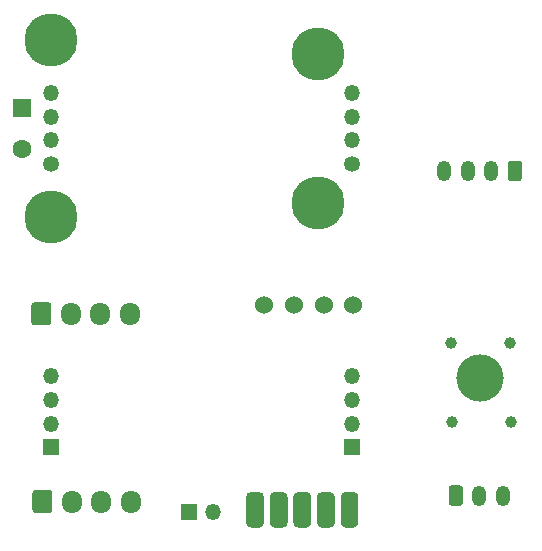
<source format=gbs>
G04 #@! TF.GenerationSoftware,KiCad,Pcbnew,(5.1.9)-1*
G04 #@! TF.CreationDate,2021-05-05T15:37:49+09:00*
G04 #@! TF.ProjectId,FreeServoProject,46726565-5365-4727-966f-50726f6a6563,rev?*
G04 #@! TF.SameCoordinates,Original*
G04 #@! TF.FileFunction,Soldermask,Bot*
G04 #@! TF.FilePolarity,Negative*
%FSLAX46Y46*%
G04 Gerber Fmt 4.6, Leading zero omitted, Abs format (unit mm)*
G04 Created by KiCad (PCBNEW (5.1.9)-1) date 2021-05-05 15:37:49*
%MOMM*%
%LPD*%
G01*
G04 APERTURE LIST*
%ADD10O,1.200000X1.750000*%
%ADD11O,1.700000X1.950000*%
%ADD12R,1.350000X1.350000*%
%ADD13O,1.350000X1.350000*%
%ADD14C,1.350000*%
%ADD15R,1.600000X1.600000*%
%ADD16C,1.600000*%
%ADD17C,4.500880*%
%ADD18C,1.524000*%
%ADD19C,4.000000*%
%ADD20C,1.000000*%
G04 APERTURE END LIST*
D10*
X151700000Y-69600000D03*
X153700000Y-69600000D03*
X155700000Y-69600000D03*
G36*
G01*
X158300000Y-68974999D02*
X158300000Y-70225001D01*
G75*
G02*
X158050001Y-70475000I-249999J0D01*
G01*
X157349999Y-70475000D01*
G75*
G02*
X157100000Y-70225001I0J249999D01*
G01*
X157100000Y-68974999D01*
G75*
G02*
X157349999Y-68725000I249999J0D01*
G01*
X158050001Y-68725000D01*
G75*
G02*
X158300000Y-68974999I0J-249999D01*
G01*
G37*
X156700000Y-97100000D03*
X154700000Y-97100000D03*
G36*
G01*
X152100000Y-97725001D02*
X152100000Y-96474999D01*
G75*
G02*
X152349999Y-96225000I249999J0D01*
G01*
X153050001Y-96225000D01*
G75*
G02*
X153300000Y-96474999I0J-249999D01*
G01*
X153300000Y-97725001D01*
G75*
G02*
X153050001Y-97975000I-249999J0D01*
G01*
X152349999Y-97975000D01*
G75*
G02*
X152100000Y-97725001I0J249999D01*
G01*
G37*
G36*
G01*
X142950000Y-99425000D02*
X142950000Y-97175000D01*
G75*
G02*
X143325000Y-96800000I375000J0D01*
G01*
X144075000Y-96800000D01*
G75*
G02*
X144450000Y-97175000I0J-375000D01*
G01*
X144450000Y-99425000D01*
G75*
G02*
X144075000Y-99800000I-375000J0D01*
G01*
X143325000Y-99800000D01*
G75*
G02*
X142950000Y-99425000I0J375000D01*
G01*
G37*
G36*
G01*
X140950000Y-99425000D02*
X140950000Y-97175000D01*
G75*
G02*
X141325000Y-96800000I375000J0D01*
G01*
X142075000Y-96800000D01*
G75*
G02*
X142450000Y-97175000I0J-375000D01*
G01*
X142450000Y-99425000D01*
G75*
G02*
X142075000Y-99800000I-375000J0D01*
G01*
X141325000Y-99800000D01*
G75*
G02*
X140950000Y-99425000I0J375000D01*
G01*
G37*
G36*
G01*
X138950000Y-99425000D02*
X138950000Y-97175000D01*
G75*
G02*
X139325000Y-96800000I375000J0D01*
G01*
X140075000Y-96800000D01*
G75*
G02*
X140450000Y-97175000I0J-375000D01*
G01*
X140450000Y-99425000D01*
G75*
G02*
X140075000Y-99800000I-375000J0D01*
G01*
X139325000Y-99800000D01*
G75*
G02*
X138950000Y-99425000I0J375000D01*
G01*
G37*
G36*
G01*
X136950000Y-99425000D02*
X136950000Y-97175000D01*
G75*
G02*
X137325000Y-96800000I375000J0D01*
G01*
X138075000Y-96800000D01*
G75*
G02*
X138450000Y-97175000I0J-375000D01*
G01*
X138450000Y-99425000D01*
G75*
G02*
X138075000Y-99800000I-375000J0D01*
G01*
X137325000Y-99800000D01*
G75*
G02*
X136950000Y-99425000I0J375000D01*
G01*
G37*
G36*
G01*
X134950000Y-99425000D02*
X134950000Y-97175000D01*
G75*
G02*
X135325000Y-96800000I375000J0D01*
G01*
X136075000Y-96800000D01*
G75*
G02*
X136450000Y-97175000I0J-375000D01*
G01*
X136450000Y-99425000D01*
G75*
G02*
X136075000Y-99800000I-375000J0D01*
G01*
X135325000Y-99800000D01*
G75*
G02*
X134950000Y-99425000I0J375000D01*
G01*
G37*
D11*
X125100000Y-81700000D03*
X122600000Y-81700000D03*
X120100000Y-81700000D03*
G36*
G01*
X116750000Y-82425000D02*
X116750000Y-80975000D01*
G75*
G02*
X117000000Y-80725000I250000J0D01*
G01*
X118200000Y-80725000D01*
G75*
G02*
X118450000Y-80975000I0J-250000D01*
G01*
X118450000Y-82425000D01*
G75*
G02*
X118200000Y-82675000I-250000J0D01*
G01*
X117000000Y-82675000D01*
G75*
G02*
X116750000Y-82425000I0J250000D01*
G01*
G37*
D12*
X143900000Y-93000000D03*
D13*
X143900000Y-91000000D03*
X143900000Y-89000000D03*
X143900000Y-87000000D03*
D12*
X118400000Y-93000000D03*
D13*
X118400000Y-91000000D03*
X118400000Y-89000000D03*
X118400000Y-87000000D03*
D14*
X143900000Y-69000000D03*
D13*
X143900000Y-67000000D03*
X143900000Y-65000000D03*
X143900000Y-63000000D03*
D14*
X118400000Y-69000000D03*
D13*
X118400000Y-67000000D03*
X118400000Y-65000000D03*
X118400000Y-63000000D03*
D15*
X116000000Y-64250000D03*
D16*
X116000000Y-67750000D03*
D17*
X118400000Y-73500000D03*
X118400000Y-58500000D03*
X141000000Y-72300000D03*
X141000000Y-59700000D03*
D12*
X130100000Y-98500000D03*
D13*
X132100000Y-98500000D03*
D18*
X144000000Y-81000000D03*
X141500000Y-81000000D03*
X139000000Y-81000000D03*
X136500000Y-81000000D03*
G36*
G01*
X116850000Y-98325000D02*
X116850000Y-96875000D01*
G75*
G02*
X117100000Y-96625000I250000J0D01*
G01*
X118300000Y-96625000D01*
G75*
G02*
X118550000Y-96875000I0J-250000D01*
G01*
X118550000Y-98325000D01*
G75*
G02*
X118300000Y-98575000I-250000J0D01*
G01*
X117100000Y-98575000D01*
G75*
G02*
X116850000Y-98325000I0J250000D01*
G01*
G37*
D11*
X120200000Y-97600000D03*
X122700000Y-97600000D03*
X125200000Y-97600000D03*
D19*
X154750000Y-87150000D03*
D20*
X157250000Y-84150000D03*
X152250000Y-84150000D03*
X157350000Y-90850000D03*
X152350000Y-90850000D03*
M02*

</source>
